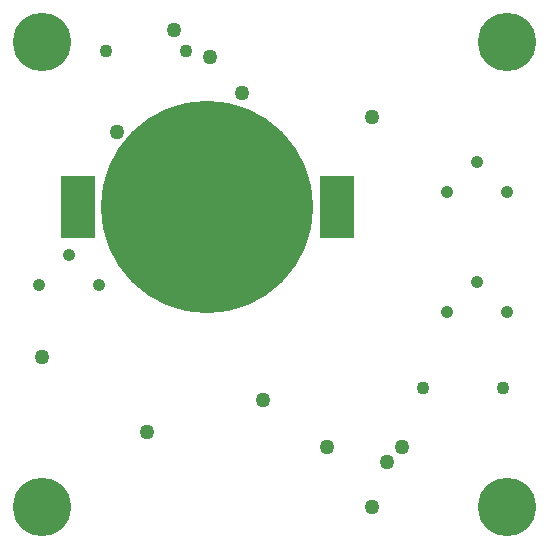
<source format=gbs>
G75*
%MOIN*%
%OFA0B0*%
%FSLAX25Y25*%
%IPPOS*%
%LPD*%
%AMOC8*
5,1,8,0,0,1.08239X$1,22.5*
%
%ADD10C,0.19500*%
%ADD11C,0.04343*%
%ADD12C,0.04178*%
%ADD13R,0.11784X0.20800*%
%ADD14C,0.70800*%
%ADD15C,0.04959*%
D10*
X0016138Y0016178D03*
X0016138Y0171178D03*
X0171138Y0171178D03*
X0171138Y0016178D03*
D11*
X0169682Y0055666D03*
X0142910Y0055666D03*
X0064182Y0168166D03*
X0037410Y0168166D03*
D12*
X0025138Y0100178D03*
X0015138Y0090178D03*
X0035138Y0090178D03*
X0151138Y0081178D03*
X0161138Y0091178D03*
X0171138Y0081178D03*
X0171138Y0121178D03*
X0161138Y0131178D03*
X0151138Y0121178D03*
D13*
X0114406Y0116178D03*
X0027871Y0116178D03*
D14*
X0071138Y0116178D03*
D15*
X0041138Y0141178D03*
X0072033Y0166134D03*
X0060011Y0175098D03*
X0082538Y0153978D03*
X0126138Y0146178D03*
X0089759Y0051678D03*
X0111138Y0036178D03*
X0131138Y0031178D03*
X0136138Y0036178D03*
X0126138Y0016178D03*
X0051138Y0041178D03*
X0016138Y0066178D03*
M02*

</source>
